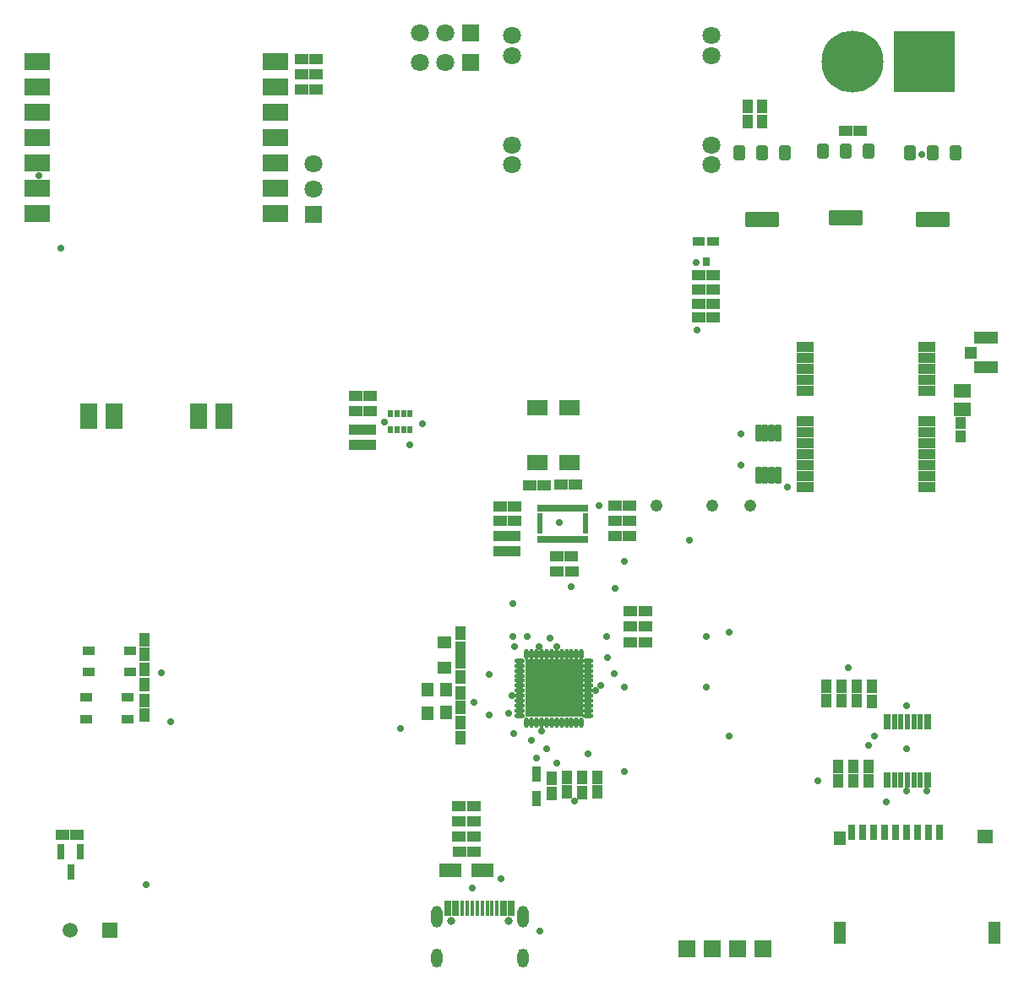
<source format=gts>
G04*
G04 #@! TF.GenerationSoftware,Altium Limited,Altium Designer,25.0.2 (28)*
G04*
G04 Layer_Color=8388736*
%FSLAX44Y44*%
%MOMM*%
G71*
G04*
G04 #@! TF.SameCoordinates,E8353DEC-B648-43D7-BF79-564EE0BAD765*
G04*
G04*
G04 #@! TF.FilePolarity,Negative*
G04*
G01*
G75*
%ADD34R,1.6000X1.4000*%
%ADD35R,0.7000X1.6000*%
%ADD36R,1.2000X1.4000*%
%ADD37R,1.2000X2.2000*%
%ADD55R,1.0922X1.3462*%
%ADD56R,2.5432X1.7332*%
%ADD57R,1.7132X2.5132*%
%ADD58R,1.3462X1.0922*%
%ADD59R,0.7620X1.5240*%
%ADD60R,1.1332X1.3462*%
%ADD61O,1.0532X0.4532*%
%ADD62O,0.4532X1.0532*%
%ADD63R,5.8032X5.8032*%
%ADD64R,1.3462X1.1332*%
%ADD65R,1.2532X0.8532*%
%ADD66R,0.8532X1.5532*%
%ADD67R,1.2192X0.9032*%
%ADD68R,0.8032X0.9032*%
%ADD69R,0.7000X1.4970*%
%ADD70R,0.4000X1.4970*%
G04:AMPARAMS|DCode=71|XSize=1.5132mm|YSize=1.1332mm|CornerRadius=0.1714mm|HoleSize=0mm|Usage=FLASHONLY|Rotation=270.000|XOffset=0mm|YOffset=0mm|HoleType=Round|Shape=RoundedRectangle|*
%AMROUNDEDRECTD71*
21,1,1.5132,0.7905,0,0,270.0*
21,1,1.1705,1.1332,0,0,270.0*
1,1,0.3427,-0.3953,-0.5853*
1,1,0.3427,-0.3953,0.5853*
1,1,0.3427,0.3953,0.5853*
1,1,0.3427,0.3953,-0.5853*
%
%ADD71ROUNDEDRECTD71*%
G04:AMPARAMS|DCode=72|XSize=1.5132mm|YSize=3.4432mm|CornerRadius=0.1999mm|HoleSize=0mm|Usage=FLASHONLY|Rotation=270.000|XOffset=0mm|YOffset=0mm|HoleType=Round|Shape=RoundedRectangle|*
%AMROUNDEDRECTD72*
21,1,1.5132,3.0435,0,0,270.0*
21,1,1.1135,3.4432,0,0,270.0*
1,1,0.3997,-1.5218,-0.5568*
1,1,0.3997,-1.5218,0.5568*
1,1,0.3997,1.5218,0.5568*
1,1,0.3997,1.5218,-0.5568*
%
%ADD72ROUNDEDRECTD72*%
%ADD73R,0.5032X0.7282*%
%ADD74R,0.6282X0.5032*%
%ADD75R,0.5532X0.7032*%
%ADD76R,0.6032X1.5532*%
%ADD77R,0.8032X1.5532*%
%ADD78R,1.2000X1.4000*%
%ADD79R,1.4000X1.2000*%
%ADD80R,2.2352X1.3462*%
%ADD81R,2.1032X1.5032*%
%ADD82R,1.7272X1.3462*%
%ADD83R,2.4032X1.2532*%
%ADD84R,1.2532X1.2032*%
%ADD85R,1.1332X1.2192*%
G04:AMPARAMS|DCode=86|XSize=1.7032mm|YSize=0.6932mm|CornerRadius=0.2241mm|HoleSize=0mm|Usage=FLASHONLY|Rotation=270.000|XOffset=0mm|YOffset=0mm|HoleType=Round|Shape=RoundedRectangle|*
%AMROUNDEDRECTD86*
21,1,1.7032,0.2450,0,0,270.0*
21,1,1.2550,0.6932,0,0,270.0*
1,1,0.4482,-0.1225,-0.6275*
1,1,0.4482,-0.1225,0.6275*
1,1,0.4482,0.1225,0.6275*
1,1,0.4482,0.1225,-0.6275*
%
%ADD86ROUNDEDRECTD86*%
%ADD87R,1.7032X1.0032*%
%ADD88C,1.8000*%
%ADD89R,1.5112X1.5112*%
%ADD90C,1.5112*%
%ADD91R,1.7272X1.7272*%
%ADD92O,1.1032X1.9032*%
%ADD93O,1.1032X2.2032*%
%ADD94C,0.8032*%
%ADD95R,6.2032X6.2032*%
%ADD96C,6.2032*%
%ADD97R,1.8000X1.8000*%
%ADD98R,1.8000X1.8000*%
%ADD99C,0.7112*%
%ADD100C,1.2192*%
%ADD101C,0.7032*%
D34*
X1483460Y427460D02*
D03*
D35*
X1393460Y432460D02*
D03*
X1404460D02*
D03*
X1415460D02*
D03*
X1426460D02*
D03*
X1437460D02*
D03*
X1382460D02*
D03*
X1371460D02*
D03*
X1360460D02*
D03*
X1349460D02*
D03*
D36*
X1337460Y426460D02*
D03*
D37*
Y331460D02*
D03*
X1492460D02*
D03*
D55*
X957430Y588058D02*
D03*
Y602790D02*
D03*
X1048870Y471218D02*
D03*
Y485950D02*
D03*
X1079350Y471980D02*
D03*
Y486712D02*
D03*
X957430Y572056D02*
D03*
Y557324D02*
D03*
Y541830D02*
D03*
Y527098D02*
D03*
Y617014D02*
D03*
Y631746D02*
D03*
X641405Y595170D02*
D03*
Y580438D02*
D03*
X1370180Y578406D02*
D03*
Y563674D02*
D03*
X1094740Y487426D02*
D03*
Y472694D02*
D03*
X1354940Y563928D02*
D03*
Y578660D02*
D03*
X1339700Y563928D02*
D03*
Y578660D02*
D03*
X1245720Y1145334D02*
D03*
Y1160066D02*
D03*
X1259690Y1145334D02*
D03*
Y1160066D02*
D03*
D56*
X533460Y1205230D02*
D03*
Y1179830D02*
D03*
Y1154430D02*
D03*
Y1129030D02*
D03*
Y1103630D02*
D03*
Y1078230D02*
D03*
Y1052830D02*
D03*
X772160Y1205230D02*
D03*
Y1179830D02*
D03*
Y1154430D02*
D03*
Y1129030D02*
D03*
Y1103630D02*
D03*
Y1078230D02*
D03*
Y1052830D02*
D03*
D57*
X585110Y849530D02*
D03*
X720510D02*
D03*
X610510D02*
D03*
X695110D02*
D03*
D58*
X971171Y443230D02*
D03*
X956439D02*
D03*
X997204Y744220D02*
D03*
X1011936D02*
D03*
X997204Y759254D02*
D03*
X1011936D02*
D03*
X1196190Y990600D02*
D03*
X1210922D02*
D03*
X852424Y854710D02*
D03*
X867156D02*
D03*
X1026772Y780082D02*
D03*
X1041504D02*
D03*
X1054354Y693420D02*
D03*
X1069086D02*
D03*
X852424Y869950D02*
D03*
X867156D02*
D03*
X1142746Y654050D02*
D03*
X1128014D02*
D03*
Y622300D02*
D03*
X1142746D02*
D03*
X1128014Y638810D02*
D03*
X1142746D02*
D03*
X1210922Y976424D02*
D03*
X1196190D02*
D03*
X971171Y458470D02*
D03*
X956439D02*
D03*
X1343660Y1135380D02*
D03*
X1358392D02*
D03*
X813102Y1207920D02*
D03*
X798370D02*
D03*
X813356Y1192680D02*
D03*
X798624D02*
D03*
X813102Y1177440D02*
D03*
X798370D02*
D03*
X1196190Y962454D02*
D03*
X1210922D02*
D03*
Y948484D02*
D03*
X1196190D02*
D03*
X1073254Y780590D02*
D03*
X1058522D02*
D03*
X956439Y427990D02*
D03*
X971171D02*
D03*
D59*
X576834Y412750D02*
D03*
X557530D02*
D03*
X567182Y392430D02*
D03*
D60*
X1064110Y486712D02*
D03*
Y472488D02*
D03*
X641200Y625142D02*
D03*
Y610918D02*
D03*
Y549958D02*
D03*
Y564182D02*
D03*
X1366370Y483918D02*
D03*
Y498142D02*
D03*
X1335890D02*
D03*
Y483918D02*
D03*
X1324610Y578612D02*
D03*
Y564388D02*
D03*
X1351130Y498142D02*
D03*
Y483918D02*
D03*
D61*
X1017270Y604120D02*
D03*
Y599120D02*
D03*
Y594120D02*
D03*
Y589120D02*
D03*
Y584120D02*
D03*
Y579120D02*
D03*
Y574120D02*
D03*
Y569119D02*
D03*
Y564120D02*
D03*
Y559119D02*
D03*
Y554120D02*
D03*
Y549120D02*
D03*
X1085770D02*
D03*
Y554120D02*
D03*
Y559119D02*
D03*
Y564120D02*
D03*
Y569119D02*
D03*
Y574120D02*
D03*
Y579120D02*
D03*
Y584120D02*
D03*
Y589120D02*
D03*
Y594120D02*
D03*
Y599120D02*
D03*
Y604120D02*
D03*
D62*
X1024020Y542370D02*
D03*
X1029020D02*
D03*
X1034020D02*
D03*
X1039020D02*
D03*
X1044020D02*
D03*
X1049020D02*
D03*
X1054020D02*
D03*
X1059020D02*
D03*
X1064020D02*
D03*
X1069020D02*
D03*
X1074020D02*
D03*
X1079020D02*
D03*
Y610870D02*
D03*
X1074020D02*
D03*
X1069020D02*
D03*
X1064020D02*
D03*
X1059020D02*
D03*
X1054020D02*
D03*
X1049020D02*
D03*
X1044020D02*
D03*
X1039020D02*
D03*
X1034020D02*
D03*
X1029020D02*
D03*
X1024020D02*
D03*
D63*
X1051520Y576620D02*
D03*
D64*
X1011428Y728980D02*
D03*
X997204D02*
D03*
X1011428Y713740D02*
D03*
X997204D02*
D03*
X956818Y412750D02*
D03*
X971042D02*
D03*
X852424Y820420D02*
D03*
X866648D02*
D03*
X1068832Y708660D02*
D03*
X1054608D02*
D03*
X1127252Y759460D02*
D03*
X1113028D02*
D03*
X852424Y835660D02*
D03*
X866648D02*
D03*
X573532Y429260D02*
D03*
X559308D02*
D03*
X1113028Y728980D02*
D03*
X1127252D02*
D03*
X1113028Y744220D02*
D03*
X1127252D02*
D03*
D65*
X624280Y545730D02*
D03*
Y567230D02*
D03*
X582780Y545730D02*
D03*
Y567230D02*
D03*
X626820Y592630D02*
D03*
Y614130D02*
D03*
X585320Y592630D02*
D03*
Y614130D02*
D03*
D66*
X1033630Y490330D02*
D03*
Y466330D02*
D03*
D67*
X1196594Y1024730D02*
D03*
X1210818D02*
D03*
D68*
X1203960Y1004570D02*
D03*
D69*
X1008940Y356140D02*
D03*
X1000940D02*
D03*
X952940D02*
D03*
X944940D02*
D03*
D70*
X994440D02*
D03*
X989440D02*
D03*
X984440D02*
D03*
X979440D02*
D03*
X959440D02*
D03*
X964440D02*
D03*
X969440D02*
D03*
X974440D02*
D03*
D71*
X1366560Y1115060D02*
D03*
X1343660D02*
D03*
X1320760D02*
D03*
X1454190Y1113790D02*
D03*
X1431290D02*
D03*
X1408390D02*
D03*
X1282700D02*
D03*
X1259800D02*
D03*
X1236900D02*
D03*
D72*
X1343660Y1048160D02*
D03*
X1431290Y1046890D02*
D03*
X1259800D02*
D03*
D73*
X1042680Y757484D02*
D03*
X1047680D02*
D03*
X1052680D02*
D03*
X1057680D02*
D03*
X1062680D02*
D03*
X1067680D02*
D03*
X1072680D02*
D03*
X1077680D02*
D03*
X1082680D02*
D03*
Y726234D02*
D03*
X1077680D02*
D03*
X1072680D02*
D03*
X1067680D02*
D03*
X1062680D02*
D03*
X1057680D02*
D03*
X1052680D02*
D03*
X1047680D02*
D03*
X1042680D02*
D03*
X1037680D02*
D03*
Y757484D02*
D03*
D74*
X1083305Y749359D02*
D03*
Y744359D02*
D03*
Y739359D02*
D03*
Y734359D02*
D03*
X1037055D02*
D03*
Y739359D02*
D03*
Y744359D02*
D03*
Y749359D02*
D03*
D75*
X887580Y851660D02*
D03*
Y835660D02*
D03*
X907080D02*
D03*
Y851660D02*
D03*
X894080D02*
D03*
Y835660D02*
D03*
X900580Y851660D02*
D03*
Y835660D02*
D03*
D76*
X1418591Y543100D02*
D03*
X1412090D02*
D03*
X1392590D02*
D03*
X1399090D02*
D03*
X1405590D02*
D03*
X1418591Y484599D02*
D03*
X1412090D02*
D03*
X1392590D02*
D03*
X1399090D02*
D03*
X1405590D02*
D03*
D77*
X1426090Y543100D02*
D03*
Y484599D02*
D03*
X1385090Y543100D02*
D03*
Y484599D02*
D03*
D78*
X943319Y574896D02*
D03*
X943482Y552005D02*
D03*
X924410Y574850D02*
D03*
Y551850D02*
D03*
D79*
X941682Y597456D02*
D03*
Y622348D02*
D03*
D80*
X947926Y393954D02*
D03*
X979426D02*
D03*
D81*
X1066646Y857688D02*
D03*
Y802688D02*
D03*
X1034646D02*
D03*
Y857688D02*
D03*
D82*
X1460858Y874570D02*
D03*
Y856570D02*
D03*
D83*
X1484122Y898380D02*
D03*
Y927880D02*
D03*
D84*
X1468872Y913130D02*
D03*
D85*
X1459080Y828850D02*
D03*
Y843074D02*
D03*
D86*
X1256440Y832580D02*
D03*
X1262940D02*
D03*
X1269440D02*
D03*
X1275940D02*
D03*
Y790480D02*
D03*
X1269440D02*
D03*
X1262940D02*
D03*
X1256440D02*
D03*
D87*
X1303298Y918746D02*
D03*
Y907746D02*
D03*
Y896746D02*
D03*
Y885746D02*
D03*
Y874746D02*
D03*
Y844746D02*
D03*
Y833746D02*
D03*
Y822746D02*
D03*
Y811746D02*
D03*
Y800746D02*
D03*
Y789746D02*
D03*
Y778746D02*
D03*
X1425298D02*
D03*
Y789746D02*
D03*
Y800746D02*
D03*
Y811746D02*
D03*
Y822746D02*
D03*
Y833746D02*
D03*
Y844746D02*
D03*
Y874746D02*
D03*
Y885746D02*
D03*
Y896746D02*
D03*
Y907746D02*
D03*
Y918746D02*
D03*
D88*
X1009040Y1121410D02*
D03*
Y1101410D02*
D03*
Y1231410D02*
D03*
Y1211410D02*
D03*
X1209040Y1231410D02*
D03*
Y1211410D02*
D03*
Y1121410D02*
D03*
Y1101410D02*
D03*
X942160Y1204190D02*
D03*
X916760D02*
D03*
X942160Y1234190D02*
D03*
X916760D02*
D03*
X810260Y1076960D02*
D03*
Y1102360D02*
D03*
D89*
X606740Y334010D02*
D03*
D90*
X566740D02*
D03*
D91*
X1235250Y315650D02*
D03*
D03*
X1184482Y315618D02*
D03*
D03*
X1209882D02*
D03*
X1260650Y315650D02*
D03*
D92*
X1020190Y306100D02*
D03*
X933690D02*
D03*
D93*
X1020190Y347800D02*
D03*
X933690D02*
D03*
D94*
X1005840Y342900D02*
D03*
X948040D02*
D03*
D95*
X1422400Y1205230D02*
D03*
D96*
X1350400D02*
D03*
D97*
X967560Y1204190D02*
D03*
Y1234190D02*
D03*
D98*
X810260Y1051560D02*
D03*
D99*
X986680Y590186D02*
D03*
X971509Y562268D02*
D03*
X816277Y1207920D02*
D03*
X557082Y1018346D02*
D03*
X1112520Y676910D02*
D03*
X1346200Y597154D02*
D03*
X1203960Y577850D02*
D03*
X1226566Y632460D02*
D03*
Y528574D02*
D03*
X1187450Y725170D02*
D03*
X1195070Y935990D02*
D03*
X969440Y376174D02*
D03*
X657860Y591820D02*
D03*
X1005840Y551180D02*
D03*
X1010920Y530860D02*
D03*
X1029194Y524510D02*
D03*
X1085469Y510794D02*
D03*
X1043940Y515620D02*
D03*
X1372870Y528574D02*
D03*
X1039020Y533400D02*
D03*
X1121918Y578104D02*
D03*
X1203960Y628650D02*
D03*
X1010394Y661144D02*
D03*
Y628124D02*
D03*
X667052Y543306D02*
D03*
X897890Y536194D02*
D03*
X1011936Y618744D02*
D03*
X1104900Y607060D02*
D03*
X1071880Y463550D02*
D03*
X642620Y379730D02*
D03*
X998220Y385826D02*
D03*
X906526Y820420D02*
D03*
X1056894Y742950D02*
D03*
X1121918Y703580D02*
D03*
Y492887D02*
D03*
X1404620Y559054D02*
D03*
X881380Y843280D02*
D03*
X1068324Y678180D02*
D03*
X919480Y842010D02*
D03*
X1024890Y628650D02*
D03*
X1404620Y473710D02*
D03*
X1285494Y778510D02*
D03*
X1009650Y568960D02*
D03*
X986282Y549402D02*
D03*
X1404874Y515620D02*
D03*
X1424940Y473710D02*
D03*
X1384554Y462280D02*
D03*
X1036508Y617982D02*
D03*
X1194054Y1003300D02*
D03*
X1238504Y831850D02*
D03*
Y800100D02*
D03*
X1037590Y332740D02*
D03*
X1419860Y1111758D02*
D03*
X1366370Y519684D02*
D03*
X1034020Y506763D02*
D03*
X1315720Y483918D02*
D03*
X1093470Y574120D02*
D03*
X1111758Y591074D02*
D03*
X1054020Y618664D02*
D03*
X1096264Y759460D02*
D03*
X535432Y1090930D02*
D03*
X1047750Y627126D02*
D03*
X1104427Y628396D02*
D03*
X1098296Y579374D02*
D03*
X1054100Y501824D02*
D03*
D100*
X1248410Y759460D02*
D03*
X1210310D02*
D03*
X1154430D02*
D03*
D101*
X1029520Y598620D02*
D03*
X1040520D02*
D03*
X1051520D02*
D03*
X1062520D02*
D03*
X1073520D02*
D03*
X1029520Y587620D02*
D03*
X1040520D02*
D03*
X1051520D02*
D03*
X1062520D02*
D03*
X1073520D02*
D03*
X1029520Y576620D02*
D03*
X1040520D02*
D03*
X1051520D02*
D03*
X1062520D02*
D03*
X1073520D02*
D03*
X1029520Y565620D02*
D03*
X1040520D02*
D03*
X1051520D02*
D03*
X1062520D02*
D03*
X1073520D02*
D03*
X1029520Y554620D02*
D03*
X1040520D02*
D03*
X1051520D02*
D03*
X1062520D02*
D03*
X1073520D02*
D03*
M02*

</source>
